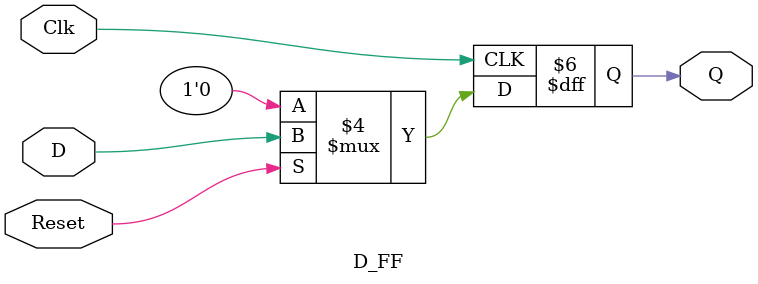
<source format=sv>
module D_FF(	input  logic 	Clk,
										Reset,
										D,
					output logic 	Q);
					

		always_ff @ (posedge Clk)
				begin
					if (!Reset) //notice, this is a sycnrhonous reset, which is recommended on the FPGA
						Q <= 1'b0;
					else
						Q <= D;
					
				end

endmodule

</source>
